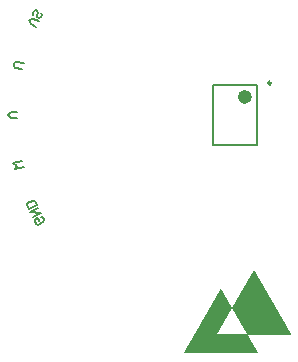
<source format=gbo>
G04*
G04 #@! TF.GenerationSoftware,Altium Limited,Altium Designer,21.5.1 (32)*
G04*
G04 Layer_Color=32896*
%FSLAX25Y25*%
%MOIN*%
G70*
G04*
G04 #@! TF.SameCoordinates,FF93E5F0-650B-4124-AEF6-32342CE94767*
G04*
G04*
G04 #@! TF.FilePolarity,Positive*
G04*
G01*
G75*
%ADD10C,0.00984*%
%ADD12C,0.00787*%
%ADD13C,0.00800*%
%ADD96C,0.02362*%
G36*
X6340Y-51644D02*
X6293D01*
Y-51739D01*
X6245D01*
Y-51835D01*
X6197D01*
Y-51883D01*
X6149D01*
Y-51979D01*
X6101D01*
Y-52074D01*
X6053D01*
Y-52170D01*
X6005D01*
Y-52218D01*
X5957D01*
Y-52314D01*
X5910D01*
Y-52410D01*
X5862D01*
Y-52505D01*
X5814D01*
Y-52553D01*
X5766D01*
Y-52649D01*
X5718D01*
Y-52745D01*
X5670D01*
Y-52793D01*
X5622D01*
Y-52888D01*
X5574D01*
Y-52984D01*
X5527D01*
Y-53080D01*
X5479D01*
Y-53128D01*
X5431D01*
Y-53223D01*
X5383D01*
Y-53319D01*
X5335D01*
Y-53415D01*
X5287D01*
Y-53463D01*
X5239D01*
Y-53558D01*
X5192D01*
Y-53654D01*
X5144D01*
Y-53750D01*
X5096D01*
Y-53798D01*
X5048D01*
Y-53894D01*
X5000D01*
Y-53989D01*
X4952D01*
Y-54037D01*
X4904D01*
Y-54133D01*
X4856D01*
Y-54229D01*
X4809D01*
Y-54325D01*
X4761D01*
Y-54372D01*
X4713D01*
Y-54468D01*
X4665D01*
Y-54564D01*
X4617D01*
Y-54660D01*
X4569D01*
Y-54707D01*
X4521D01*
Y-54803D01*
X4473D01*
Y-54899D01*
X4425D01*
Y-54995D01*
X4378D01*
Y-55043D01*
X4330D01*
Y-55138D01*
X4282D01*
Y-55234D01*
X4234D01*
Y-55282D01*
X4186D01*
Y-55378D01*
X4138D01*
Y-55473D01*
X4090D01*
Y-55569D01*
X4042D01*
Y-55617D01*
X3995D01*
Y-55713D01*
X3947D01*
Y-55809D01*
X3899D01*
Y-55904D01*
X3851D01*
Y-55952D01*
X3803D01*
Y-56048D01*
X3755D01*
Y-56144D01*
X3708D01*
Y-56191D01*
X3660D01*
Y-56287D01*
X3612D01*
Y-56383D01*
X3564D01*
Y-56479D01*
X3516D01*
Y-56527D01*
X3468D01*
Y-56622D01*
X3420D01*
Y-56718D01*
X3372D01*
Y-56814D01*
X3325D01*
Y-56862D01*
X3277D01*
Y-56957D01*
X3229D01*
Y-57053D01*
X3181D01*
Y-57149D01*
X3133D01*
Y-57197D01*
X3085D01*
Y-57293D01*
X3037D01*
Y-57388D01*
X2989D01*
Y-57436D01*
X2942D01*
Y-57532D01*
X2894D01*
Y-57628D01*
X2846D01*
Y-57723D01*
X2798D01*
Y-57771D01*
X2750D01*
Y-57867D01*
X2702D01*
Y-57963D01*
X2654D01*
Y-58059D01*
X2606D01*
Y-58106D01*
X2558D01*
Y-58202D01*
X2511D01*
Y-58298D01*
X2463D01*
Y-58394D01*
X2415D01*
Y-58442D01*
X2367D01*
Y-58537D01*
X2319D01*
Y-58633D01*
X2271D01*
Y-58681D01*
X2223D01*
Y-58777D01*
X2176D01*
Y-58872D01*
X2128D01*
Y-58968D01*
X2080D01*
Y-59016D01*
X2032D01*
Y-59112D01*
X1984D01*
Y-59207D01*
X1936D01*
Y-59303D01*
X1888D01*
Y-59351D01*
X1840D01*
Y-59447D01*
X1792D01*
Y-59543D01*
X1745D01*
Y-59638D01*
X1697D01*
Y-59686D01*
X1649D01*
Y-59782D01*
X1601D01*
Y-59878D01*
X1553D01*
Y-59926D01*
X1505D01*
Y-60021D01*
X1457D01*
Y-60117D01*
X1410D01*
Y-60213D01*
X1362D01*
Y-60261D01*
X1314D01*
Y-60356D01*
X1266D01*
Y-60452D01*
X1218D01*
Y-60548D01*
X1170D01*
Y-60596D01*
X1122D01*
Y-60691D01*
X1075D01*
Y-60787D01*
X1027D01*
Y-60835D01*
X979D01*
Y-60931D01*
X931D01*
Y-61027D01*
X883D01*
Y-61122D01*
X835D01*
Y-61170D01*
X787D01*
Y-61266D01*
X739D01*
Y-61362D01*
X691D01*
Y-61457D01*
X644D01*
Y-61505D01*
X596D01*
Y-61601D01*
X548D01*
Y-61697D01*
X500D01*
Y-61793D01*
X452D01*
Y-61840D01*
X404D01*
Y-61936D01*
X356D01*
Y-62032D01*
X308D01*
Y-62080D01*
X261D01*
Y-62176D01*
X213D01*
Y-62271D01*
X165D01*
Y-62367D01*
X117D01*
Y-62415D01*
X69D01*
Y-62511D01*
X21D01*
Y-62606D01*
X-27D01*
Y-62702D01*
X-75D01*
Y-62750D01*
X-122D01*
Y-62846D01*
X-170D01*
Y-62941D01*
X-218D01*
Y-63037D01*
X-266D01*
Y-63085D01*
X-314D01*
Y-63181D01*
X-362D01*
Y-63277D01*
X-410D01*
Y-63324D01*
X-457D01*
Y-63420D01*
X-505D01*
Y-63516D01*
X-553D01*
Y-63612D01*
X-601D01*
Y-63660D01*
X-649D01*
Y-63755D01*
X-697D01*
Y-63851D01*
X-745D01*
Y-63947D01*
X-793D01*
Y-63995D01*
X-840D01*
Y-64090D01*
X-888D01*
Y-64186D01*
X-936D01*
Y-64138D01*
X-984D01*
Y-64090D01*
X-1032D01*
Y-63995D01*
X-1080D01*
Y-63899D01*
X-1128D01*
Y-63803D01*
X-1175D01*
Y-63755D01*
X-1223D01*
Y-63660D01*
X-1271D01*
Y-63564D01*
X-1319D01*
Y-63468D01*
X-1367D01*
Y-63420D01*
X-1415D01*
Y-63324D01*
X-1463D01*
Y-63229D01*
X-1511D01*
Y-63181D01*
X-1558D01*
Y-63085D01*
X-1606D01*
Y-62989D01*
X-1654D01*
Y-62894D01*
X-1702D01*
Y-62846D01*
X-1750D01*
Y-62750D01*
X-1798D01*
Y-62654D01*
X-1846D01*
Y-62559D01*
X-1894D01*
Y-62511D01*
X-1942D01*
Y-62415D01*
X-1989D01*
Y-62319D01*
X-2037D01*
Y-62223D01*
X-2085D01*
Y-62176D01*
X-2133D01*
Y-62080D01*
X-2181D01*
Y-61984D01*
X-2229D01*
Y-61936D01*
X-2277D01*
Y-61840D01*
X-2324D01*
Y-61745D01*
X-2372D01*
Y-61649D01*
X-2420D01*
Y-61601D01*
X-2468D01*
Y-61505D01*
X-2516D01*
Y-61410D01*
X-2564D01*
Y-61314D01*
X-2612D01*
Y-61266D01*
X-2660D01*
Y-61170D01*
X-2708D01*
Y-61075D01*
X-2755D01*
Y-60979D01*
X-2803D01*
Y-60931D01*
X-2851D01*
Y-60835D01*
X-2899D01*
Y-60739D01*
X-2947D01*
Y-60691D01*
X-2995D01*
Y-60596D01*
X-3042D01*
Y-60500D01*
X-3090D01*
Y-60404D01*
X-3138D01*
Y-60356D01*
X-3186D01*
Y-60261D01*
X-3234D01*
Y-60165D01*
X-3282D01*
Y-60069D01*
X-3330D01*
Y-60021D01*
X-3378D01*
Y-59926D01*
X-3426D01*
Y-59830D01*
X-3473D01*
Y-59782D01*
X-3521D01*
Y-59686D01*
X-3569D01*
Y-59590D01*
X-3617D01*
Y-59495D01*
X-3665D01*
Y-59447D01*
X-3713D01*
Y-59351D01*
X-3761D01*
Y-59255D01*
X-3808D01*
Y-59160D01*
X-3856D01*
Y-59112D01*
X-3904D01*
Y-59016D01*
X-3952D01*
Y-58920D01*
X-4000D01*
Y-58824D01*
X-4048D01*
Y-58777D01*
X-4096D01*
Y-58681D01*
X-4144D01*
Y-58585D01*
X-4191D01*
Y-58537D01*
X-4239D01*
Y-58442D01*
X-4287D01*
Y-58346D01*
X-4335D01*
Y-58250D01*
X-4383D01*
Y-58202D01*
X-4431D01*
Y-58106D01*
X-4479D01*
Y-58011D01*
X-4527D01*
Y-57915D01*
X-4575D01*
Y-57867D01*
X-4622D01*
Y-57819D01*
X-4670D01*
Y-57867D01*
X-4718D01*
Y-57963D01*
X-4766D01*
Y-58059D01*
X-4814D01*
Y-58106D01*
X-4862D01*
Y-58202D01*
X-4910D01*
Y-58298D01*
X-4958D01*
Y-58346D01*
X-5005D01*
Y-58442D01*
X-5053D01*
Y-58537D01*
X-5101D01*
Y-58633D01*
X-5149D01*
Y-58681D01*
X-5197D01*
Y-58777D01*
X-5245D01*
Y-58872D01*
X-5293D01*
Y-58968D01*
X-5340D01*
Y-59016D01*
X-5388D01*
Y-59112D01*
X-5436D01*
Y-59207D01*
X-5484D01*
Y-59303D01*
X-5532D01*
Y-59351D01*
X-5580D01*
Y-59447D01*
X-5628D01*
Y-59543D01*
X-5675D01*
Y-59590D01*
X-5723D01*
Y-59686D01*
X-5771D01*
Y-59782D01*
X-5819D01*
Y-59878D01*
X-5867D01*
Y-59926D01*
X-5915D01*
Y-60021D01*
X-5963D01*
Y-60117D01*
X-6011D01*
Y-60213D01*
X-6058D01*
Y-60261D01*
X-6106D01*
Y-60356D01*
X-6154D01*
Y-60452D01*
X-6202D01*
Y-60548D01*
X-6250D01*
Y-60596D01*
X-6298D01*
Y-60691D01*
X-6346D01*
Y-60787D01*
X-6394D01*
Y-60835D01*
X-6442D01*
Y-60931D01*
X-6489D01*
Y-61027D01*
X-6537D01*
Y-61122D01*
X-6585D01*
Y-61170D01*
X-6633D01*
Y-61266D01*
X-6681D01*
Y-61362D01*
X-6729D01*
Y-61457D01*
X-6777D01*
Y-61505D01*
X-6825D01*
Y-61601D01*
X-6872D01*
Y-61697D01*
X-6920D01*
Y-61793D01*
X-6968D01*
Y-61840D01*
X-7016D01*
Y-61936D01*
X-7064D01*
Y-62032D01*
X-7112D01*
Y-62080D01*
X-7160D01*
Y-62176D01*
X-7208D01*
Y-62271D01*
X-7255D01*
Y-62367D01*
X-7303D01*
Y-62415D01*
X-7351D01*
Y-62511D01*
X-7399D01*
Y-62606D01*
X-7447D01*
Y-62702D01*
X-7495D01*
Y-62750D01*
X-7542D01*
Y-62846D01*
X-7590D01*
Y-62941D01*
X-7638D01*
Y-62989D01*
X-7686D01*
Y-63085D01*
X-7734D01*
Y-63181D01*
X-7782D01*
Y-63277D01*
X-7830D01*
Y-63324D01*
X-7878D01*
Y-63420D01*
X-7925D01*
Y-63516D01*
X-7973D01*
Y-63612D01*
X-8021D01*
Y-63660D01*
X-8069D01*
Y-63755D01*
X-8117D01*
Y-63851D01*
X-8165D01*
Y-63947D01*
X-8213D01*
Y-63995D01*
X-8261D01*
Y-64090D01*
X-8309D01*
Y-64186D01*
X-8356D01*
Y-64234D01*
X-8404D01*
Y-64330D01*
X-8452D01*
Y-64425D01*
X-8500D01*
Y-64521D01*
X-8548D01*
Y-64569D01*
X-8596D01*
Y-64665D01*
X-8644D01*
Y-64761D01*
X-8692D01*
Y-64856D01*
X-8739D01*
Y-64904D01*
X-8787D01*
Y-65000D01*
X-8835D01*
Y-65096D01*
X-8883D01*
Y-65192D01*
X-8931D01*
Y-65239D01*
X-8979D01*
Y-65335D01*
X-9027D01*
Y-65431D01*
X-9075D01*
Y-65479D01*
X-9122D01*
Y-65575D01*
X-9170D01*
Y-65670D01*
X-9218D01*
Y-65766D01*
X-9266D01*
Y-65814D01*
X-9314D01*
Y-65910D01*
X-9362D01*
Y-66005D01*
X-9410D01*
Y-66101D01*
X-9458D01*
Y-66149D01*
X-9505D01*
Y-66245D01*
X-9553D01*
Y-66340D01*
X-9601D01*
Y-66388D01*
X-9649D01*
Y-66484D01*
X-9697D01*
Y-66580D01*
X-9745D01*
Y-66676D01*
X-9792D01*
Y-66723D01*
X-9840D01*
Y-66819D01*
X-9888D01*
Y-66915D01*
X-9936D01*
Y-67011D01*
X-9984D01*
Y-67058D01*
X-10032D01*
Y-67154D01*
X-10080D01*
Y-67250D01*
X-10128D01*
Y-67346D01*
X-10176D01*
Y-67394D01*
X-10223D01*
Y-67489D01*
X-10271D01*
Y-67585D01*
X-10319D01*
Y-67633D01*
X-10367D01*
Y-67729D01*
X-10415D01*
Y-67825D01*
X-10463D01*
Y-67920D01*
X-10511D01*
Y-67968D01*
X-10559D01*
Y-68064D01*
X-10606D01*
Y-68160D01*
X-10654D01*
Y-68255D01*
X-10702D01*
Y-68303D01*
X-10750D01*
Y-68399D01*
X-10798D01*
Y-68495D01*
X-10846D01*
Y-68590D01*
X-10894D01*
Y-68638D01*
X-10942D01*
Y-68734D01*
X-10989D01*
Y-68830D01*
X-11037D01*
Y-68878D01*
X-11085D01*
Y-68973D01*
X-11133D01*
Y-69069D01*
X-11181D01*
Y-69165D01*
X-11229D01*
Y-69213D01*
X-11277D01*
Y-69309D01*
X-11325D01*
Y-69404D01*
X-11372D01*
Y-69500D01*
X-11420D01*
Y-69548D01*
X-11468D01*
Y-69644D01*
X-11516D01*
Y-69739D01*
X-11564D01*
Y-69835D01*
X-11612D01*
Y-69883D01*
X-11660D01*
Y-69979D01*
X-11708D01*
Y-70074D01*
X-11755D01*
Y-70122D01*
X-11803D01*
Y-70218D01*
X-11851D01*
Y-70314D01*
X-11899D01*
Y-70410D01*
X-11947D01*
Y-70457D01*
X-11995D01*
Y-70553D01*
X-12043D01*
Y-70649D01*
X-12090D01*
Y-70745D01*
X-12138D01*
Y-70793D01*
X-12186D01*
Y-70888D01*
X-12234D01*
Y-70984D01*
X-12282D01*
Y-71032D01*
X-12330D01*
Y-71128D01*
X-12378D01*
Y-71223D01*
X-12426D01*
Y-71319D01*
X-12473D01*
Y-71367D01*
X-12521D01*
Y-71463D01*
X-12569D01*
Y-71558D01*
X-12617D01*
Y-71654D01*
X-12665D01*
Y-71702D01*
X-12713D01*
Y-71798D01*
X-12761D01*
Y-71894D01*
X-12809D01*
Y-71989D01*
X-12856D01*
Y-72037D01*
X-12904D01*
Y-72133D01*
X-12952D01*
Y-72229D01*
X-13000D01*
Y-72277D01*
X-13048D01*
Y-72372D01*
X-13096D01*
Y-72468D01*
X-13144D01*
Y-72564D01*
X-13192D01*
Y-72612D01*
X-13239D01*
Y-72707D01*
X-13287D01*
Y-72803D01*
X-13335D01*
Y-72899D01*
X-13383D01*
Y-72947D01*
X-13431D01*
Y-73043D01*
X-13479D01*
Y-73138D01*
X-13527D01*
Y-73234D01*
X-13575D01*
Y-73282D01*
X-13622D01*
Y-73378D01*
X-13670D01*
Y-73473D01*
X-13718D01*
Y-73521D01*
X-13766D01*
Y-73617D01*
X-13814D01*
Y-73713D01*
X-13862D01*
Y-73808D01*
X-13910D01*
Y-73856D01*
X-13958D01*
Y-73952D01*
X-14005D01*
Y-74048D01*
X-14053D01*
Y-74144D01*
X-14101D01*
Y-74191D01*
X-14149D01*
Y-74287D01*
X-14197D01*
Y-74383D01*
X-14245D01*
Y-74479D01*
X-14292D01*
Y-74527D01*
X-14340D01*
Y-74622D01*
X-14388D01*
Y-74718D01*
X-14436D01*
Y-74766D01*
X-14484D01*
Y-74862D01*
X-14532D01*
Y-74957D01*
X-14580D01*
Y-75053D01*
X-14628D01*
Y-75101D01*
X-14675D01*
Y-75197D01*
X-14723D01*
Y-75293D01*
X-14771D01*
Y-75388D01*
X-14819D01*
Y-75436D01*
X-14867D01*
Y-75532D01*
X-14915D01*
Y-75628D01*
X-14963D01*
Y-75675D01*
X-15011D01*
Y-75771D01*
X-15058D01*
Y-75867D01*
X-15106D01*
Y-75963D01*
X-15154D01*
Y-76011D01*
X-15202D01*
Y-76106D01*
X-15250D01*
Y-76202D01*
X-15298D01*
Y-76298D01*
X-15346D01*
Y-76346D01*
X-15394D01*
Y-76442D01*
X-15441D01*
Y-76537D01*
X-15489D01*
Y-76633D01*
X-15537D01*
Y-76681D01*
X-15585D01*
Y-76777D01*
X-15633D01*
Y-76872D01*
X-15681D01*
Y-76920D01*
X-15729D01*
Y-77016D01*
X-15777D01*
Y-77112D01*
X-15824D01*
Y-77207D01*
X-15872D01*
Y-77255D01*
X-15920D01*
Y-77351D01*
X-15968D01*
Y-77447D01*
X-16016D01*
Y-77543D01*
X-16064D01*
Y-77590D01*
X-16112D01*
Y-77686D01*
X-16160D01*
Y-77782D01*
X-16207D01*
Y-77878D01*
X-16255D01*
Y-77925D01*
X-16303D01*
Y-78021D01*
X-16351D01*
Y-78117D01*
X-16399D01*
Y-78165D01*
X-16447D01*
Y-78261D01*
X-16495D01*
Y-78356D01*
X-16543D01*
Y-78452D01*
X-16590D01*
Y-78500D01*
X-16638D01*
Y-78596D01*
X-16686D01*
Y-78692D01*
X-16734D01*
Y-78787D01*
X-16782D01*
Y-78835D01*
X-16830D01*
Y-78931D01*
X-16878D01*
Y-79027D01*
X-16926D01*
Y-79122D01*
X-16973D01*
Y-79170D01*
X-17021D01*
Y-79266D01*
X-17069D01*
Y-79362D01*
X7777D01*
Y-79266D01*
X7729D01*
Y-79170D01*
X7681D01*
Y-79075D01*
X7633D01*
Y-78979D01*
X7585D01*
Y-78931D01*
X7537D01*
Y-78835D01*
X7489D01*
Y-78739D01*
X7441D01*
Y-78644D01*
X7394D01*
Y-78596D01*
X7346D01*
Y-78500D01*
X7298D01*
Y-78404D01*
X7250D01*
Y-78308D01*
X7202D01*
Y-78261D01*
X7154D01*
Y-78165D01*
X7106D01*
Y-78069D01*
X7058D01*
Y-78021D01*
X7011D01*
Y-77925D01*
X6963D01*
Y-77830D01*
X6915D01*
Y-77734D01*
X6867D01*
Y-77686D01*
X6819D01*
Y-77590D01*
X6771D01*
Y-77495D01*
X6723D01*
Y-77399D01*
X6675D01*
Y-77351D01*
X6628D01*
Y-77255D01*
X6580D01*
Y-77160D01*
X6532D01*
Y-77112D01*
X6484D01*
Y-77016D01*
X6436D01*
Y-76920D01*
X6388D01*
Y-76824D01*
X6340D01*
Y-76777D01*
X6293D01*
Y-76681D01*
X6245D01*
Y-76585D01*
X6197D01*
Y-76489D01*
X6149D01*
Y-76442D01*
X6101D01*
Y-76346D01*
X6053D01*
Y-76250D01*
X6005D01*
Y-76154D01*
X5957D01*
Y-76106D01*
X5910D01*
Y-76011D01*
X5862D01*
Y-75915D01*
X5814D01*
Y-75867D01*
X5766D01*
Y-75771D01*
X5718D01*
Y-75675D01*
X5670D01*
Y-75580D01*
X5622D01*
Y-75532D01*
X5574D01*
Y-75436D01*
X5527D01*
Y-75340D01*
X5479D01*
Y-75245D01*
X5431D01*
Y-75197D01*
X5383D01*
Y-75101D01*
X5335D01*
Y-75005D01*
X5287D01*
Y-74910D01*
X5239D01*
Y-74862D01*
X5192D01*
Y-74766D01*
X5144D01*
Y-74670D01*
X5096D01*
Y-74622D01*
X5048D01*
Y-74527D01*
X5000D01*
Y-74431D01*
X4952D01*
Y-74335D01*
X4904D01*
Y-74287D01*
X4856D01*
Y-74191D01*
X4809D01*
Y-74096D01*
X4761D01*
Y-74000D01*
X4713D01*
Y-73952D01*
X4665D01*
Y-73856D01*
X4617D01*
Y-73761D01*
X4569D01*
Y-73713D01*
X4521D01*
Y-73617D01*
X4473D01*
Y-73521D01*
X4425D01*
Y-73426D01*
X4378D01*
Y-73378D01*
X4330D01*
Y-73282D01*
X4282D01*
Y-73186D01*
X4234D01*
Y-73090D01*
X18835D01*
Y-72995D01*
X18787D01*
Y-72899D01*
X18739D01*
Y-72803D01*
X18691D01*
Y-72755D01*
X18644D01*
Y-72660D01*
X18596D01*
Y-72564D01*
X18548D01*
Y-72468D01*
X18500D01*
Y-72420D01*
X18452D01*
Y-72325D01*
X18404D01*
Y-72229D01*
X18356D01*
Y-72133D01*
X18308D01*
Y-72085D01*
X18261D01*
Y-71989D01*
X18213D01*
Y-71894D01*
X18165D01*
Y-71846D01*
X18117D01*
Y-71750D01*
X18069D01*
Y-71654D01*
X18021D01*
Y-71558D01*
X17973D01*
Y-71511D01*
X17925D01*
Y-71415D01*
X17878D01*
Y-71319D01*
X17830D01*
Y-71223D01*
X17782D01*
Y-71175D01*
X17734D01*
Y-71080D01*
X17686D01*
Y-70984D01*
X17638D01*
Y-70888D01*
X17590D01*
Y-70840D01*
X17542D01*
Y-70745D01*
X17495D01*
Y-70649D01*
X17447D01*
Y-70601D01*
X17399D01*
Y-70505D01*
X17351D01*
Y-70410D01*
X17303D01*
Y-70314D01*
X17255D01*
Y-70266D01*
X17208D01*
Y-70170D01*
X17160D01*
Y-70074D01*
X17112D01*
Y-69979D01*
X17064D01*
Y-69931D01*
X17016D01*
Y-69835D01*
X16968D01*
Y-69739D01*
X16920D01*
Y-69691D01*
X16872D01*
Y-69596D01*
X16825D01*
Y-69500D01*
X16777D01*
Y-69404D01*
X16729D01*
Y-69356D01*
X16681D01*
Y-69261D01*
X16633D01*
Y-69165D01*
X16585D01*
Y-69069D01*
X16537D01*
Y-69021D01*
X16489D01*
Y-68925D01*
X16442D01*
Y-68830D01*
X16394D01*
Y-68734D01*
X16346D01*
Y-68686D01*
X16298D01*
Y-68590D01*
X16250D01*
Y-68495D01*
X16202D01*
Y-68447D01*
X16154D01*
Y-68351D01*
X16106D01*
Y-68255D01*
X16059D01*
Y-68160D01*
X16011D01*
Y-68112D01*
X15963D01*
Y-68016D01*
X15915D01*
Y-67920D01*
X15867D01*
Y-67825D01*
X15819D01*
Y-67777D01*
X15771D01*
Y-67681D01*
X15723D01*
Y-67585D01*
X15676D01*
Y-67489D01*
X15628D01*
Y-67441D01*
X15580D01*
Y-67346D01*
X15532D01*
Y-67250D01*
X15484D01*
Y-67202D01*
X15436D01*
Y-67106D01*
X15388D01*
Y-67011D01*
X15340D01*
Y-66915D01*
X15292D01*
Y-66867D01*
X15245D01*
Y-66771D01*
X15197D01*
Y-66676D01*
X15149D01*
Y-66580D01*
X15101D01*
Y-66532D01*
X15053D01*
Y-66436D01*
X15005D01*
Y-66340D01*
X14957D01*
Y-66245D01*
X14910D01*
Y-66197D01*
X14862D01*
Y-66101D01*
X14814D01*
Y-66005D01*
X14766D01*
Y-65957D01*
X14718D01*
Y-65862D01*
X14670D01*
Y-65766D01*
X14622D01*
Y-65670D01*
X14574D01*
Y-65622D01*
X14527D01*
Y-65527D01*
X14479D01*
Y-65431D01*
X14431D01*
Y-65335D01*
X14383D01*
Y-65287D01*
X14335D01*
Y-65192D01*
X14287D01*
Y-65096D01*
X14239D01*
Y-65048D01*
X14191D01*
Y-64952D01*
X14144D01*
Y-64856D01*
X14096D01*
Y-64761D01*
X14048D01*
Y-64713D01*
X14000D01*
Y-64617D01*
X13952D01*
Y-64521D01*
X13904D01*
Y-64425D01*
X13856D01*
Y-64378D01*
X13808D01*
Y-64282D01*
X13761D01*
Y-64186D01*
X13713D01*
Y-64090D01*
X13665D01*
Y-64043D01*
X13617D01*
Y-63947D01*
X13569D01*
Y-63851D01*
X13521D01*
Y-63803D01*
X13473D01*
Y-63707D01*
X13426D01*
Y-63612D01*
X13378D01*
Y-63516D01*
X13330D01*
Y-63468D01*
X13282D01*
Y-63372D01*
X13234D01*
Y-63277D01*
X13186D01*
Y-63181D01*
X13138D01*
Y-63133D01*
X13090D01*
Y-63037D01*
X13043D01*
Y-62941D01*
X12995D01*
Y-62846D01*
X12947D01*
Y-62798D01*
X12899D01*
Y-62702D01*
X12851D01*
Y-62606D01*
X12803D01*
Y-62559D01*
X12755D01*
Y-62463D01*
X12708D01*
Y-62367D01*
X12660D01*
Y-62271D01*
X12612D01*
Y-62223D01*
X12564D01*
Y-62128D01*
X12516D01*
Y-62032D01*
X12468D01*
Y-61936D01*
X12420D01*
Y-61888D01*
X12372D01*
Y-61793D01*
X12325D01*
Y-61697D01*
X12277D01*
Y-61601D01*
X12229D01*
Y-61553D01*
X12181D01*
Y-61457D01*
X12133D01*
Y-61362D01*
X12085D01*
Y-61314D01*
X12037D01*
Y-61218D01*
X11989D01*
Y-61122D01*
X11942D01*
Y-61027D01*
X11894D01*
Y-60979D01*
X11846D01*
Y-60883D01*
X11798D01*
Y-60787D01*
X11750D01*
Y-60691D01*
X11702D01*
Y-60644D01*
X11654D01*
Y-60548D01*
X11606D01*
Y-60452D01*
X11558D01*
Y-60404D01*
X11511D01*
Y-60308D01*
X11463D01*
Y-60213D01*
X11415D01*
Y-60117D01*
X11367D01*
Y-60069D01*
X11319D01*
Y-59973D01*
X11271D01*
Y-59878D01*
X11223D01*
Y-59782D01*
X11175D01*
Y-59734D01*
X11128D01*
Y-59638D01*
X11080D01*
Y-59543D01*
X11032D01*
Y-59447D01*
X10984D01*
Y-59399D01*
X10936D01*
Y-59303D01*
X10888D01*
Y-59207D01*
X10840D01*
Y-59160D01*
X10792D01*
Y-59064D01*
X10745D01*
Y-58968D01*
X10697D01*
Y-58872D01*
X10649D01*
Y-58824D01*
X10601D01*
Y-58729D01*
X10553D01*
Y-58633D01*
X10505D01*
Y-58537D01*
X10458D01*
Y-58489D01*
X10410D01*
Y-58394D01*
X10362D01*
Y-58298D01*
X10314D01*
Y-58202D01*
X10266D01*
Y-58154D01*
X10218D01*
Y-58059D01*
X10170D01*
Y-57963D01*
X10122D01*
Y-57915D01*
X10074D01*
Y-57819D01*
X10027D01*
Y-57723D01*
X9979D01*
Y-57628D01*
X9931D01*
Y-57580D01*
X9883D01*
Y-57484D01*
X9835D01*
Y-57388D01*
X9787D01*
Y-57293D01*
X9739D01*
Y-57245D01*
X9691D01*
Y-57149D01*
X9644D01*
Y-57053D01*
X9596D01*
Y-57005D01*
X9548D01*
Y-56910D01*
X9500D01*
Y-56814D01*
X9452D01*
Y-56718D01*
X9404D01*
Y-56670D01*
X9356D01*
Y-56574D01*
X9308D01*
Y-56479D01*
X9261D01*
Y-56383D01*
X9213D01*
Y-56335D01*
X9165D01*
Y-56239D01*
X9117D01*
Y-56144D01*
X9069D01*
Y-56048D01*
X9021D01*
Y-56000D01*
X8973D01*
Y-55904D01*
X8925D01*
Y-55809D01*
X8878D01*
Y-55761D01*
X8830D01*
Y-55665D01*
X8782D01*
Y-55569D01*
X8734D01*
Y-55473D01*
X8686D01*
Y-55426D01*
X8638D01*
Y-55330D01*
X8590D01*
Y-55234D01*
X8542D01*
Y-55138D01*
X8495D01*
Y-55090D01*
X8447D01*
Y-54995D01*
X8399D01*
Y-54899D01*
X8351D01*
Y-54803D01*
X8303D01*
Y-54755D01*
X8255D01*
Y-54660D01*
X8207D01*
Y-54564D01*
X8160D01*
Y-54516D01*
X8112D01*
Y-54420D01*
X8064D01*
Y-54325D01*
X8016D01*
Y-54229D01*
X7968D01*
Y-54181D01*
X7920D01*
Y-54085D01*
X7872D01*
Y-53989D01*
X7824D01*
Y-53894D01*
X7777D01*
Y-53846D01*
X7729D01*
Y-53750D01*
X7681D01*
Y-53654D01*
X7633D01*
Y-53558D01*
X7585D01*
Y-53511D01*
X7537D01*
Y-53415D01*
X7489D01*
Y-53319D01*
X7441D01*
Y-53271D01*
X7394D01*
Y-53175D01*
X7346D01*
Y-53080D01*
X7298D01*
Y-52984D01*
X7250D01*
Y-52936D01*
X7202D01*
Y-52840D01*
X7154D01*
Y-52745D01*
X7106D01*
Y-52649D01*
X7058D01*
Y-52601D01*
X7011D01*
Y-52505D01*
X6963D01*
Y-52410D01*
X6915D01*
Y-52362D01*
X6867D01*
Y-52266D01*
X6819D01*
Y-52170D01*
X6771D01*
Y-52074D01*
X6723D01*
Y-52027D01*
X6675D01*
Y-51931D01*
X6628D01*
Y-51835D01*
X6580D01*
Y-51739D01*
X6532D01*
Y-51692D01*
X6484D01*
Y-51596D01*
X6436D01*
Y-51548D01*
X6388D01*
Y-51596D01*
X6340D01*
Y-51644D01*
D02*
G37*
%LPC*%
G36*
X3803Y-72420D02*
Y-72468D01*
X3851D01*
Y-72564D01*
X3899D01*
Y-72660D01*
X3947D01*
Y-72755D01*
X3995D01*
Y-72803D01*
X4042D01*
Y-72899D01*
X4090D01*
Y-72995D01*
X4138D01*
Y-73043D01*
X-6011D01*
Y-72995D01*
X-5963D01*
Y-72947D01*
X-5915D01*
Y-72851D01*
X-5867D01*
Y-72755D01*
X-5819D01*
Y-72660D01*
X-5771D01*
Y-72612D01*
X-5723D01*
Y-72516D01*
X-5675D01*
Y-72420D01*
X-5628D01*
Y-72325D01*
X-5580D01*
Y-72277D01*
X-5532D01*
Y-72181D01*
X-5484D01*
Y-72085D01*
X-5436D01*
Y-71989D01*
X-5388D01*
Y-71942D01*
X-5340D01*
Y-71846D01*
X-5293D01*
Y-71750D01*
X-5245D01*
Y-71702D01*
X-5197D01*
Y-71606D01*
X-5149D01*
Y-71511D01*
X-5101D01*
Y-71415D01*
X-5053D01*
Y-71367D01*
X-5005D01*
Y-71271D01*
X-4958D01*
Y-71175D01*
X-4910D01*
Y-71080D01*
X-4862D01*
Y-71032D01*
X-4814D01*
Y-70936D01*
X-4766D01*
Y-70840D01*
X-4718D01*
Y-70745D01*
X-4670D01*
Y-70697D01*
X-4622D01*
Y-70601D01*
X-4575D01*
Y-70505D01*
X-4527D01*
Y-70457D01*
X-4479D01*
Y-70362D01*
X-4431D01*
Y-70266D01*
X-4383D01*
Y-70170D01*
X-4335D01*
Y-70122D01*
X-4287D01*
Y-70027D01*
X-4239D01*
Y-69931D01*
X-4191D01*
Y-69835D01*
X-4144D01*
Y-69787D01*
X-4096D01*
Y-69691D01*
X-4048D01*
Y-69596D01*
X-4000D01*
Y-69500D01*
X-3952D01*
Y-69452D01*
X-3904D01*
Y-69356D01*
X-3856D01*
Y-69261D01*
X-3808D01*
Y-69213D01*
X-3761D01*
Y-69117D01*
X-3713D01*
Y-69021D01*
X-3665D01*
Y-68925D01*
X-3617D01*
Y-68878D01*
X-3569D01*
Y-68782D01*
X-3521D01*
Y-68686D01*
X-3473D01*
Y-68590D01*
X-3426D01*
Y-68543D01*
X-3378D01*
Y-68447D01*
X-3330D01*
Y-68351D01*
X-3282D01*
Y-68303D01*
X-3234D01*
Y-68207D01*
X-3186D01*
Y-68112D01*
X-3138D01*
Y-68016D01*
X-3090D01*
Y-67968D01*
X-3042D01*
Y-67872D01*
X-2995D01*
Y-67777D01*
X-2947D01*
Y-67681D01*
X-2899D01*
Y-67633D01*
X-2851D01*
Y-67537D01*
X-2803D01*
Y-67441D01*
X-2755D01*
Y-67346D01*
X-2708D01*
Y-67298D01*
X-2660D01*
Y-67202D01*
X-2612D01*
Y-67106D01*
X-2564D01*
Y-67058D01*
X-2516D01*
Y-66963D01*
X-2468D01*
Y-66867D01*
X-2420D01*
Y-66771D01*
X-2372D01*
Y-66723D01*
X-2324D01*
Y-66628D01*
X-2277D01*
Y-66532D01*
X-2229D01*
Y-66436D01*
X-2181D01*
Y-66388D01*
X-2133D01*
Y-66293D01*
X-2085D01*
Y-66197D01*
X-2037D01*
Y-66101D01*
X-1989D01*
Y-66053D01*
X-1942D01*
Y-65957D01*
X-1894D01*
Y-65862D01*
X-1846D01*
Y-65814D01*
X-1798D01*
Y-65718D01*
X-1750D01*
Y-65622D01*
X-1702D01*
Y-65527D01*
X-1654D01*
Y-65479D01*
X-1606D01*
Y-65383D01*
X-1558D01*
Y-65287D01*
X-1511D01*
Y-65192D01*
X-1463D01*
Y-65144D01*
X-1415D01*
Y-65048D01*
X-1367D01*
Y-64952D01*
X-1319D01*
Y-64856D01*
X-1271D01*
Y-64808D01*
X-1223D01*
Y-64713D01*
X-1175D01*
Y-64617D01*
X-1128D01*
Y-64569D01*
X-1080D01*
Y-64473D01*
X-1032D01*
Y-64378D01*
X-984D01*
Y-64282D01*
X-888D01*
Y-64378D01*
X-840D01*
Y-64425D01*
X-793D01*
Y-64521D01*
X-745D01*
Y-64617D01*
X-697D01*
Y-64713D01*
X-649D01*
Y-64761D01*
X-601D01*
Y-64856D01*
X-553D01*
Y-64952D01*
X-505D01*
Y-65048D01*
X-457D01*
Y-65096D01*
X-410D01*
Y-65192D01*
X-362D01*
Y-65287D01*
X-314D01*
Y-65335D01*
X-266D01*
Y-65431D01*
X-218D01*
Y-65527D01*
X-170D01*
Y-65622D01*
X-122D01*
Y-65670D01*
X-75D01*
Y-65766D01*
X-27D01*
Y-65862D01*
X21D01*
Y-65957D01*
X69D01*
Y-66005D01*
X117D01*
Y-66101D01*
X165D01*
Y-66197D01*
X213D01*
Y-66245D01*
X261D01*
Y-66340D01*
X308D01*
Y-66436D01*
X356D01*
Y-66532D01*
X404D01*
Y-66580D01*
X452D01*
Y-66676D01*
X500D01*
Y-66771D01*
X548D01*
Y-66867D01*
X596D01*
Y-66915D01*
X644D01*
Y-67011D01*
X691D01*
Y-67106D01*
X739D01*
Y-67202D01*
X787D01*
Y-67250D01*
X835D01*
Y-67346D01*
X883D01*
Y-67441D01*
X931D01*
Y-67489D01*
X979D01*
Y-67585D01*
X1027D01*
Y-67681D01*
X1075D01*
Y-67777D01*
X1122D01*
Y-67825D01*
X1170D01*
Y-67920D01*
X1218D01*
Y-68016D01*
X1266D01*
Y-68112D01*
X1314D01*
Y-68160D01*
X1362D01*
Y-68255D01*
X1410D01*
Y-68351D01*
X1457D01*
Y-68447D01*
X1505D01*
Y-68495D01*
X1553D01*
Y-68590D01*
X1601D01*
Y-68686D01*
X1649D01*
Y-68734D01*
X1697D01*
Y-68830D01*
X1745D01*
Y-68925D01*
X1792D01*
Y-69021D01*
X1840D01*
Y-69069D01*
X1888D01*
Y-69165D01*
X1936D01*
Y-69261D01*
X1984D01*
Y-69356D01*
X2032D01*
Y-69404D01*
X2080D01*
Y-69500D01*
X2128D01*
Y-69596D01*
X2176D01*
Y-69691D01*
X2223D01*
Y-69739D01*
X2271D01*
Y-69835D01*
X2319D01*
Y-69931D01*
X2367D01*
Y-69979D01*
X2415D01*
Y-70074D01*
X2463D01*
Y-70170D01*
X2511D01*
Y-70266D01*
X2558D01*
Y-70314D01*
X2606D01*
Y-70410D01*
X2654D01*
Y-70505D01*
X2702D01*
Y-70601D01*
X2750D01*
Y-70649D01*
X2798D01*
Y-70745D01*
X2846D01*
Y-70840D01*
X2894D01*
Y-70888D01*
X2942D01*
Y-70984D01*
X2989D01*
Y-71080D01*
X3037D01*
Y-71175D01*
X3085D01*
Y-71223D01*
X3133D01*
Y-71319D01*
X3181D01*
Y-71415D01*
X3229D01*
Y-71511D01*
X3277D01*
Y-71558D01*
X3325D01*
Y-71654D01*
X3372D01*
Y-71750D01*
X3420D01*
Y-71846D01*
X3468D01*
Y-71894D01*
X3516D01*
Y-71989D01*
X3564D01*
Y-72085D01*
X3612D01*
Y-72133D01*
X3660D01*
Y-72229D01*
X3708D01*
Y-72325D01*
X3755D01*
Y-72420D01*
X3803D01*
D02*
G37*
%LPD*%
D10*
X12106Y10728D02*
G03*
X12106Y10728I-492J0D01*
G01*
D12*
X7283Y-10039D02*
Y10039D01*
X-7283Y-10039D02*
Y10039D01*
X7283D01*
X-7283Y-10039D02*
X7283D01*
D13*
X-64736Y-33798D02*
X-64067Y-34028D01*
X-63629Y-34927D01*
X-63859Y-35595D01*
X-65656Y-36472D01*
X-66325Y-36242D01*
X-66763Y-35343D01*
X-66533Y-34675D01*
X-65634Y-34236D01*
X-65196Y-35135D01*
X-67420Y-33995D02*
X-64725Y-32681D01*
X-68297Y-32198D01*
X-65601Y-30884D01*
X-66040Y-29985D02*
X-68735Y-31300D01*
X-69392Y-29952D01*
X-69162Y-29284D01*
X-67365Y-28407D01*
X-66697Y-28637D01*
X-66040Y-29985D01*
X-70417Y-17283D02*
X-73340Y-17958D01*
X-72590Y-16759D01*
X-73789Y-16010D01*
X-70867Y-15335D01*
X-72500Y-1000D02*
X-74500D01*
X-75499Y0D01*
X-74500Y1000D01*
X-72500D01*
X-70867Y15335D02*
X-73302Y15897D01*
X-73677Y16497D01*
X-73452Y17471D01*
X-72852Y17845D01*
X-70417Y17283D01*
X-66259Y29536D02*
X-68056Y30412D01*
X-68516Y31749D01*
X-67179Y32209D01*
X-65382Y31333D01*
X-64517Y34247D02*
X-64287Y33579D01*
X-64725Y32681D01*
X-65393Y32451D01*
X-65842Y32670D01*
X-66072Y33338D01*
X-65634Y34236D01*
X-65864Y34905D01*
X-66314Y35124D01*
X-66982Y34894D01*
X-67420Y33995D01*
X-67190Y33327D01*
D96*
X4528Y6102D02*
G03*
X4528Y6102I-1181J0D01*
G01*
M02*

</source>
